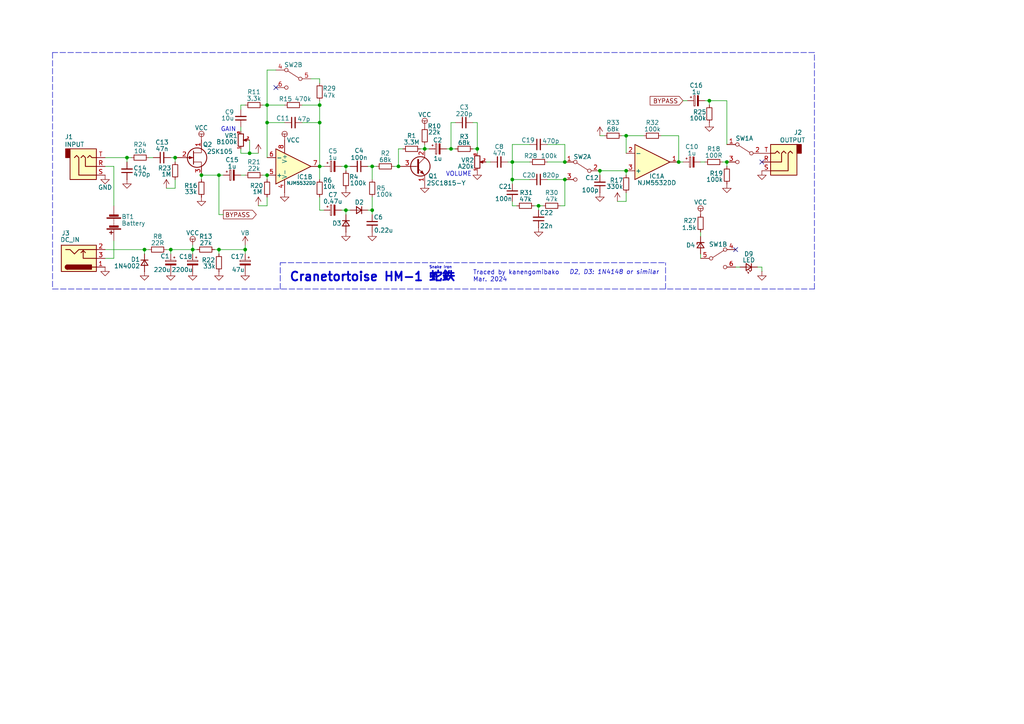
<source format=kicad_sch>
(kicad_sch (version 20231120) (generator "eeschema") (generator_version "8.0")
  (paper "A4")
  (lib_symbols
    (symbol "Amplifier_Operational:NJM4558" (pin_names (offset 0.127))
      (property "Reference" "U" (at 0 5.08 0))
      (property "Value" "NJM4558" (at 0 -5.08 0))
      (symbol "NJM4558_1_1"
        (polyline (pts (xy -5.08 5.08) (xy 5.08 0) (xy -5.08 -5.08) (xy -5.08 5.08)) (stroke (width 0.254)) (fill (type background)))
        (pin output line (at 7.62 0 180) (length 2.54) (name "~") (number "1"))
        (pin input line (at -7.62 -2.54 0) (length 2.54) (name "-") (number "2"))
        (pin input line (at -7.62 2.54 0) (length 2.54) (name "+") (number "3"))
      )
      (symbol "NJM4558_2_1"
        (polyline (pts (xy -5.08 5.08) (xy 5.08 0) (xy -5.08 -5.08) (xy -5.08 5.08)) (stroke (width 0.254)) (fill (type background)))
        (pin input line (at -7.62 2.54 0) (length 2.54) (name "+") (number "5"))
        (pin input line (at -7.62 -2.54 0) (length 2.54) (name "-") (number "6"))
        (pin output line (at 7.62 0 180) (length 2.54) (name "~") (number "7"))
      )
      (symbol "NJM4558_3_1"
        (pin power_in line (at -2.54 -7.62 90) (length 3.81) (name "V-") (number "4"))
        (pin power_in line (at -2.54 7.62 270) (length 3.81) (name "V+") (number "8"))
      )
    )
    (symbol "Connector:Barrel_Jack_Switch" (pin_names hide)
      (property "Reference" "J" (at 0 5.334 0))
      (property "Value" "Barrel_Jack_Switch" (at 0 -5.08 0))
      (symbol "Barrel_Jack_Switch_0_1"
        (rectangle (start -5.08 3.81) (end 5.08 -3.81) (stroke (width 0.254)) (fill (type background)))
        (arc (start -3.302 3.175) (mid -3.9343 2.54) (end -3.302 1.905) (stroke (width 0.254)))
        (arc (start -3.302 3.175) (mid -3.9343 2.54) (end -3.302 1.905) (stroke (width 0.254)) (fill (type outline)))
        (polyline (pts (xy 1.27 -2.286) (xy 1.905 -1.651)) (stroke (width 0.254)))
        (polyline (pts (xy 5.08 2.54) (xy 3.81 2.54)) (stroke (width 0.254)))
        (polyline (pts (xy 5.08 0) (xy 1.27 0) (xy 1.27 -2.286) (xy 0.635 -1.651)) (stroke (width 0.254)))
        (polyline (pts (xy -3.81 -2.54) (xy -2.54 -2.54) (xy -1.27 -1.27) (xy 0 -2.54) (xy 2.54 -2.54) (xy 5.08 -2.54)) (stroke (width 0.254)))
        (rectangle (start 3.683 3.175) (end -3.302 1.905) (stroke (width 0.254)) (fill (type outline)))
      )
      (symbol "Barrel_Jack_Switch_1_1"
        (pin passive line (at 7.62 2.54 180) (length 2.54) (name "~") (number "1"))
        (pin passive line (at 7.62 -2.54 180) (length 2.54) (name "~") (number "2"))
        (pin passive line (at 7.62 0 180) (length 2.54) (name "~") (number "3"))
      )
    )
    (symbol "Connector_Audio:AudioJack3"
      (property "Reference" "J" (at 0 8.89 0))
      (property "Value" "AudioJack3" (at 0 6.35 0))
      (symbol "AudioJack3_0_1"
        (rectangle (start -5.08 -5.08) (end -6.35 -2.54) (stroke (width 0.254)) (fill (type outline)))
        (polyline (pts (xy 0 -2.54) (xy 0.635 -3.175) (xy 1.27 -2.54) (xy 2.54 -2.54)) (stroke (width 0.254)))
        (polyline (pts (xy -1.905 -2.54) (xy -1.27 -3.175) (xy -0.635 -2.54) (xy -0.635 0) (xy 2.54 0)) (stroke (width 0.254)))
        (polyline (pts (xy 2.54 2.54) (xy -2.54 2.54) (xy -2.54 -2.54) (xy -3.175 -3.175) (xy -3.81 -2.54)) (stroke (width 0.254)))
        (rectangle (start 2.54 3.81) (end -5.08 -5.08) (stroke (width 0.254)) (fill (type background)))
      )
      (symbol "AudioJack3_1_1"
        (pin passive line (at 5.08 0 180) (length 2.54) (name "~") (number "R"))
        (pin passive line (at 5.08 2.54 180) (length 2.54) (name "~") (number "S"))
        (pin passive line (at 5.08 -2.54 180) (length 2.54) (name "~") (number "T"))
      )
    )
    (symbol "Device:Battery" (pin_numbers hide) (pin_names (offset 0) hide)
      (property "Reference" "BT" (at 2.54 2.54 0))
      (property "Value" "Battery" (at 2.54 0 0))
      (symbol "Battery_0_1"
        (rectangle (start -2.032 -1.397) (end 2.032 -1.651) (fill (type outline)))
        (rectangle (start -2.032 1.778) (end 2.032 1.524) (fill (type outline)))
        (rectangle (start -1.3208 -1.9812) (end 1.27 -2.4892) (fill (type outline)))
        (rectangle (start -1.3208 1.1938) (end 1.27 0.6858) (fill (type outline)))
        (polyline (pts (xy 0 -1.524) (xy 0 -1.27)))
        (polyline (pts (xy 0 -1.016) (xy 0 -0.762)))
        (polyline (pts (xy 0 -0.508) (xy 0 -0.254)))
        (polyline (pts (xy 0 0) (xy 0 0.254)))
        (polyline (pts (xy 0 0.508) (xy 0 0.762)))
        (polyline (pts (xy 0 1.778) (xy 0 2.54)))
        (polyline (pts (xy 0.254 2.667) (xy 1.27 2.667)) (stroke (width 0.254)))
        (polyline (pts (xy 0.762 3.175) (xy 0.762 2.159)) (stroke (width 0.254)))
      )
      (symbol "Battery_1_1"
        (pin passive line (at 0 5.08 270) (length 2.54) (name "+") (number "1"))
        (pin passive line (at 0 -5.08 90) (length 2.54) (name "-") (number "2"))
      )
    )
    (symbol "Device:C_Polarized_Small" (pin_numbers hide) (pin_names (offset 0.254) hide)
      (property "Reference" "C" (at 0.254 1.778 0))
      (property "Value" "C_Polarized_Small" (at 0.254 -2.032 0))
      (symbol "C_Polarized_Small_0_1"
        (rectangle (start -1.524 -0.3048) (end 1.524 -0.6858) (fill (type outline)))
        (rectangle (start -1.524 0.6858) (end 1.524 0.3048))
        (polyline (pts (xy -1.27 1.524) (xy -0.762 1.524)))
        (polyline (pts (xy -1.016 1.27) (xy -1.016 1.778)))
      )
      (symbol "C_Polarized_Small_1_1"
        (pin passive line (at 0 2.54 270) (length 1.8542) (name "~") (number "1"))
        (pin passive line (at 0 -2.54 90) (length 1.8542) (name "~") (number "2"))
      )
    )
    (symbol "Device:C_Small" (pin_numbers hide) (pin_names (offset 0.254) hide)
      (property "Reference" "C" (at 0.254 1.778 0))
      (property "Value" "C_Small" (at 0.254 -2.032 0))
      (symbol "C_Small_0_1"
        (polyline (pts (xy -1.524 -0.508) (xy 1.524 -0.508)) (stroke (width 0.3302)))
        (polyline (pts (xy -1.524 0.508) (xy 1.524 0.508)) (stroke (width 0.3048)))
      )
      (symbol "C_Small_1_1"
        (pin passive line (at 0 2.54 270) (length 2.032) (name "~") (number "1"))
        (pin passive line (at 0 -2.54 90) (length 2.032) (name "~") (number "2"))
      )
    )
    (symbol "Device:D_Small" (pin_numbers hide) (pin_names (offset 0.254) hide)
      (property "Reference" "D" (at -1.27 2.032 0))
      (property "Value" "D_Small" (at -3.81 -2.032 0))
      (symbol "D_Small_0_1"
        (polyline (pts (xy -0.762 -1.016) (xy -0.762 1.016)) (stroke (width 0.254)))
        (polyline (pts (xy -0.762 0) (xy 0.762 0)))
        (polyline (pts (xy 0.762 -1.016) (xy -0.762 0) (xy 0.762 1.016) (xy 0.762 -1.016)) (stroke (width 0.254)))
      )
      (symbol "D_Small_1_1"
        (pin passive line (at -2.54 0 0) (length 1.778) (name "K") (number "1"))
        (pin passive line (at 2.54 0 180) (length 1.778) (name "A") (number "2"))
      )
    )
    (symbol "Device:D_Zener_Small" (pin_numbers hide) (pin_names (offset 0.254) hide)
      (property "Reference" "D" (at 0 2.286 0))
      (property "Value" "D_Zener_Small" (at 0 -2.286 0))
      (symbol "D_Zener_Small_0_1"
        (polyline (pts (xy 0.762 0) (xy -0.762 0)))
        (polyline (pts (xy -0.254 1.016) (xy -0.762 1.016) (xy -0.762 -1.016)) (stroke (width 0.254)))
        (polyline (pts (xy 0.762 1.016) (xy -0.762 0) (xy 0.762 -1.016) (xy 0.762 1.016)) (stroke (width 0.254)))
      )
      (symbol "D_Zener_Small_1_1"
        (pin passive line (at -2.54 0 0) (length 1.778) (name "K") (number "1"))
        (pin passive line (at 2.54 0 180) (length 1.778) (name "A") (number "2"))
      )
    )
    (symbol "Device:LED_Small" (pin_numbers hide) (pin_names (offset 0.254) hide)
      (property "Reference" "D" (at -1.27 3.175 0))
      (property "Value" "LED_Small" (at -4.445 -2.54 0))
      (symbol "LED_Small_0_1"
        (polyline (pts (xy -0.762 -1.016) (xy -0.762 1.016)) (stroke (width 0.254)))
        (polyline (pts (xy 1.016 0) (xy -0.762 0)))
        (polyline (pts (xy 0.762 -1.016) (xy -0.762 0) (xy 0.762 1.016) (xy 0.762 -1.016)) (stroke (width 0.254)))
        (polyline (pts (xy 0 0.762) (xy -0.508 1.27) (xy -0.254 1.27) (xy -0.508 1.27) (xy -0.508 1.016)))
        (polyline (pts (xy 0.508 1.27) (xy 0 1.778) (xy 0.254 1.778) (xy 0 1.778) (xy 0 1.524)))
      )
      (symbol "LED_Small_1_1"
        (pin passive line (at -2.54 0 0) (length 1.778) (name "K") (number "1"))
        (pin passive line (at 2.54 0 180) (length 1.778) (name "A") (number "2"))
      )
    )
    (symbol "Device:Q_NJFET_DGS" (pin_names (offset 0) hide)
      (property "Reference" "Q" (at 5.08 1.27 0))
      (property "Value" "Q_NJFET_DGS" (at 5.08 -1.27 0))
      (symbol "Q_NJFET_DGS_0_1"
        (polyline (pts (xy 0.254 1.905) (xy 0.254 -1.905) (xy 0.254 -1.905)) (stroke (width 0.254)))
        (polyline (pts (xy 2.54 -2.54) (xy 2.54 -1.27) (xy 0.254 -1.27)))
        (polyline (pts (xy 2.54 2.54) (xy 2.54 1.397) (xy 0.254 1.397)))
        (polyline (pts (xy 0 0) (xy -1.016 0.381) (xy -1.016 -0.381) (xy 0 0)) (fill (type outline)))
        (circle (center 1.27 0) (radius 2.8194) (stroke (width 0.254)))
      )
      (symbol "Q_NJFET_DGS_1_1"
        (pin passive line (at 2.54 5.08 270) (length 2.54) (name "D") (number "1"))
        (pin input line (at -5.08 0 0) (length 5.334) (name "G") (number "2"))
        (pin passive line (at 2.54 -5.08 90) (length 2.54) (name "S") (number "3"))
      )
    )
    (symbol "Device:R_Potentiometer_Small" (pin_names (offset 1.016) hide)
      (property "Reference" "RV" (at -4.445 0 90))
      (property "Value" "R_Potentiometer_Small" (at -2.54 0 90))
      (symbol "R_Potentiometer_Small_0_1"
        (polyline (pts (xy 0.889 0) (xy 0.635 0) (xy 1.651 0.381) (xy 1.651 -0.381) (xy 0.635 0) (xy 0.889 0)) (fill (type outline)))
        (rectangle (start 0.762 1.8034) (end -0.762 -1.8034) (stroke (width 0.254)))
      )
      (symbol "R_Potentiometer_Small_1_1"
        (pin passive line (at 0 2.54 270) (length 0.635) (name "1") (number "1"))
        (pin passive line (at 2.54 0 180) (length 0.9906) (name "2") (number "2"))
        (pin passive line (at 0 -2.54 90) (length 0.635) (name "3") (number "3"))
      )
    )
    (symbol "Device:R_Small" (pin_numbers hide) (pin_names (offset 0.254) hide)
      (property "Reference" "R" (at 0.762 0.508 0))
      (property "Value" "R_Small" (at 0.762 -1.016 0))
      (symbol "R_Small_0_1"
        (rectangle (start -0.762 1.778) (end 0.762 -1.778) (stroke (width 0.2032)))
      )
      (symbol "R_Small_1_1"
        (pin passive line (at 0 2.54 270) (length 0.762) (name "~") (number "1"))
        (pin passive line (at 0 -2.54 90) (length 0.762) (name "~") (number "2"))
      )
    )
    (symbol "Transistor_BJT:2SC1815" (pin_names (offset 0) hide)
      (property "Reference" "Q" (at 5.08 1.905 0))
      (property "Value" "2SC1815" (at 5.08 0 0))
      (symbol "2SC1815_0_1"
        (polyline (pts (xy 0 0) (xy 0.508 0)))
        (polyline (pts (xy 0.635 0.635) (xy 2.54 2.54)))
        (polyline (pts (xy 0.635 -0.635) (xy 2.54 -2.54) (xy 2.54 -2.54)))
        (polyline (pts (xy 0.635 1.905) (xy 0.635 -1.905) (xy 0.635 -1.905)) (stroke (width 0.508)))
        (polyline (pts (xy 1.27 -1.778) (xy 1.778 -1.27) (xy 2.286 -2.286) (xy 1.27 -1.778) (xy 1.27 -1.778)) (fill (type outline)))
        (circle (center 1.27 0) (radius 2.8194) (stroke (width 0.254)))
      )
      (symbol "2SC1815_1_1"
        (pin passive line (at 2.54 -5.08 90) (length 2.54) (name "E") (number "1"))
        (pin passive line (at 2.54 5.08 270) (length 2.54) (name "C") (number "2"))
        (pin input line (at -5.08 0 0) (length 5.08) (name "B") (number "3"))
      )
    )
    (symbol "myLib:SW_DPDT" (pin_names (offset 0) hide)
      (property "Reference" "SW" (at 0 4.318 0))
      (property "Value" "SW_DPDT" (at 0 -5.08 0))
      (symbol "SW_DPDT_0_0"
        (circle (center -2.032 0) (radius 0.508))
        (circle (center 2.032 -2.54) (radius 0.508))
      )
      (symbol "SW_DPDT_0_1"
        (polyline (pts (xy -1.524 0.254) (xy 1.651 2.286)))
        (circle (center 2.032 2.54) (radius 0.508))
      )
      (symbol "SW_DPDT_1_1"
        (pin passive line (at 5.08 2.54 180) (length 2.54) (name "A") (number "1"))
        (pin passive line (at -5.08 0 0) (length 2.54) (name "B") (number "2"))
        (pin passive line (at 5.08 -2.54 180) (length 2.54) (name "C") (number "3"))
      )
      (symbol "SW_DPDT_2_1"
        (pin passive line (at 5.08 2.54 180) (length 2.54) (name "A") (number "4"))
        (pin passive line (at -5.08 0 0) (length 2.54) (name "B") (number "5"))
        (pin passive line (at 5.08 -2.54 180) (length 2.54) (name "C") (number "6"))
      )
    )
    (symbol "myLib:VB" (power) (pin_names (offset 0))
      (property "Value" "VB" (at 0 3.556 0))
      (symbol "VB_0_1"
        (polyline (pts (xy -0.762 1.27) (xy 0 2.54)))
        (polyline (pts (xy 0 0) (xy 0 2.54)))
        (polyline (pts (xy 0 2.54) (xy 0.762 1.27)))
      )
      (symbol "VB_1_1"
        (pin power_in line (at 0 0 90) (length 0) hide (name "VB") (number "1"))
      )
    )
    (symbol "myLib:VCC" (power) (pin_names (offset 0))
      (property "Value" "VCC" (at 0 3.556 0))
      (symbol "VCC_0_0"
        (polyline (pts (xy -0.762 1.778) (xy 0.762 1.778)))
        (circle (center 0 1.778) (radius 0.7725))
      )
      (symbol "VCC_0_1"
        (polyline (pts (xy 0 0) (xy 0 1.778)))
      )
      (symbol "VCC_1_1"
        (pin power_in line (at 0 0 90) (length 0) hide (name "VCC") (number "1"))
      )
    )
    (symbol "power:GND" (power) (pin_numbers hide) (pin_names (offset 0) hide)
      (property "Value" "GND" (at 0 -3.81 0))
      (symbol "GND_0_1"
        (polyline (pts (xy 0 0) (xy 0 -1.27) (xy 1.27 -1.27) (xy 0 -2.54) (xy -1.27 -1.27) (xy 0 -1.27)))
      )
      (symbol "GND_1_1"
        (pin power_in line (at 0 0 270) (length 0) (name "~") (number "1"))
      )
    )
  )
  (junction (at 181.61 49.53))
  (junction (at 77.47 30.48))
  (junction (at 63.5 50.8))
  (junction (at 49.53 72.39))
  (junction (at 63.5 72.39))
  (junction (at 58.42 50.8))
  (junction (at 130.81 43.18))
  (junction (at 115.57 48.26))
  (junction (at 100.33 60.96))
  (junction (at 77.47 35.56))
  (junction (at 72.39 44.45))
  (junction (at 55.88 72.39))
  (junction (at 181.61 39.37))
  (junction (at 138.43 43.18))
  (junction (at 148.59 52.07))
  (junction (at 50.8 45.72))
  (junction (at 148.59 46.99))
  (junction (at 163.83 46.99))
  (junction (at 41.91 72.39))
  (junction (at 107.95 48.26))
  (junction (at 156.21 59.69))
  (junction (at 71.12 72.39))
  (junction (at 205.74 29.21))
  (junction (at 77.47 50.8))
  (junction (at 210.82 46.99))
  (junction (at 92.71 30.48))
  (junction (at 196.85 46.99))
  (junction (at 123.19 43.18))
  (junction (at 173.99 49.53))
  (junction (at 92.71 35.56))
  (junction (at 100.33 48.26))
  (junction (at 107.95 60.96))
  (junction (at 36.83 45.72))
  (junction (at 163.83 52.07))
  (junction (at 92.71 48.26))
  (no_connect (at 220.98 46.99))
  (no_connect (at 213.36 72.39))
  (no_connect (at 80.01 25.4))
  (wire (pts (xy 132.08 43.18) (xy 130.81 43.18)))
  (wire (pts (xy 107.95 48.26) (xy 107.95 52.07)))
  (wire (pts (xy 62.23 72.39) (xy 63.5 72.39)))
  (wire (pts (xy 100.33 60.96) (xy 101.6 60.96)))
  (wire (pts (xy 92.71 57.15) (xy 92.71 60.96)))
  (wire (pts (xy 181.61 55.88) (xy 181.61 58.42)))
  (wire (pts (xy 158.75 41.91) (xy 163.83 41.91)))
  (wire (pts (xy 69.85 31.75) (xy 69.85 30.48)))
  (wire (pts (xy 142.24 46.99) (xy 140.97 46.99)))
  (wire (pts (xy 191.77 39.37) (xy 196.85 39.37)))
  (wire (pts (xy 30.48 48.26) (xy 33.02 48.26)))
  (wire (pts (xy 163.83 59.69) (xy 162.56 59.69)))
  (wire (pts (xy 87.63 30.48) (xy 92.71 30.48)))
  (wire (pts (xy 69.85 50.8) (xy 71.12 50.8)))
  (wire (pts (xy 130.81 35.56) (xy 132.08 35.56)))
  (wire (pts (xy 30.48 45.72) (xy 36.83 45.72)))
  (wire (pts (xy 163.83 52.07) (xy 163.83 59.69)))
  (wire (pts (xy 148.59 46.99) (xy 153.67 46.99)))
  (wire (pts (xy 198.12 46.99) (xy 196.85 46.99)))
  (wire (pts (xy 205.74 29.21) (xy 205.74 30.48)))
  (wire (pts (xy 148.59 46.99) (xy 148.59 52.07)))
  (wire (pts (xy 93.98 60.96) (xy 92.71 60.96)))
  (wire (pts (xy 55.88 72.39) (xy 57.15 72.39)))
  (wire (pts (xy 80.01 20.32) (xy 77.47 20.32)))
  (wire (pts (xy 163.83 41.91) (xy 163.83 46.99)))
  (polyline (pts (xy 236.22 15.24) (xy 15.24 15.24)) (stroke (width 0) (type dash)))
  (wire (pts (xy 203.2 74.93) (xy 203.2 73.66)))
  (wire (pts (xy 69.85 43.18) (xy 69.85 44.45)))
  (wire (pts (xy 204.47 46.99) (xy 203.2 46.99)))
  (wire (pts (xy 49.53 45.72) (xy 50.8 45.72)))
  (wire (pts (xy 92.71 22.86) (xy 92.71 24.13)))
  (wire (pts (xy 219.71 77.47) (xy 220.98 77.47)))
  (wire (pts (xy 106.68 60.96) (xy 107.95 60.96)))
  (wire (pts (xy 123.19 43.18) (xy 124.46 43.18)))
  (wire (pts (xy 76.2 50.8) (xy 77.47 50.8)))
  (wire (pts (xy 181.61 39.37) (xy 186.69 39.37)))
  (wire (pts (xy 58.42 50.8) (xy 63.5 50.8)))
  (wire (pts (xy 69.85 44.45) (xy 72.39 44.45)))
  (wire (pts (xy 181.61 39.37) (xy 181.61 44.45)))
  (wire (pts (xy 196.85 39.37) (xy 196.85 46.99)))
  (wire (pts (xy 138.43 43.18) (xy 138.43 44.45)))
  (wire (pts (xy 100.33 48.26) (xy 99.06 48.26)))
  (wire (pts (xy 82.55 30.48) (xy 77.47 30.48)))
  (wire (pts (xy 77.47 45.72) (xy 77.47 35.56)))
  (wire (pts (xy 156.21 59.69) (xy 157.48 59.69)))
  (wire (pts (xy 107.95 62.23) (xy 107.95 60.96)))
  (wire (pts (xy 33.02 48.26) (xy 33.02 59.69)))
  (wire (pts (xy 50.8 45.72) (xy 50.8 46.99)))
  (wire (pts (xy 180.34 39.37) (xy 181.61 39.37)))
  (wire (pts (xy 100.33 62.23) (xy 100.33 60.96)))
  (wire (pts (xy 92.71 30.48) (xy 92.71 35.56)))
  (wire (pts (xy 48.26 54.61) (xy 50.8 54.61)))
  (wire (pts (xy 156.21 59.69) (xy 156.21 60.96)))
  (wire (pts (xy 77.47 30.48) (xy 77.47 35.56)))
  (wire (pts (xy 33.02 69.85) (xy 33.02 74.93)))
  (wire (pts (xy 121.92 43.18) (xy 123.19 43.18)))
  (wire (pts (xy 43.18 45.72) (xy 44.45 45.72)))
  (wire (pts (xy 99.06 60.96) (xy 100.33 60.96)))
  (wire (pts (xy 173.99 39.37) (xy 175.26 39.37)))
  (wire (pts (xy 63.5 72.39) (xy 71.12 72.39)))
  (wire (pts (xy 30.48 74.93) (xy 33.02 74.93)))
  (wire (pts (xy 58.42 50.8) (xy 58.42 52.07)))
  (wire (pts (xy 72.39 40.64) (xy 72.39 44.45)))
  (polyline (pts (xy 81.28 76.2) (xy 193.04 76.2)) (stroke (width 0) (type dash)))
  (wire (pts (xy 92.71 29.21) (xy 92.71 30.48)))
  (wire (pts (xy 148.59 41.91) (xy 153.67 41.91)))
  (wire (pts (xy 49.53 72.39) (xy 55.88 72.39)))
  (polyline (pts (xy 236.22 83.82) (xy 236.22 15.24)) (stroke (width 0) (type dash)))
  (wire (pts (xy 137.16 43.18) (xy 138.43 43.18)))
  (wire (pts (xy 92.71 48.26) (xy 93.98 48.26)))
  (wire (pts (xy 77.47 35.56) (xy 82.55 35.56)))
  (wire (pts (xy 77.47 57.15) (xy 77.47 59.69)))
  (wire (pts (xy 49.53 72.39) (xy 49.53 73.66)))
  (wire (pts (xy 76.2 30.48) (xy 77.47 30.48)))
  (wire (pts (xy 137.16 35.56) (xy 138.43 35.56)))
  (wire (pts (xy 115.57 43.18) (xy 115.57 48.26)))
  (wire (pts (xy 179.07 58.42) (xy 181.61 58.42)))
  (wire (pts (xy 77.47 50.8) (xy 77.47 52.07)))
  (wire (pts (xy 87.63 35.56) (xy 92.71 35.56)))
  (wire (pts (xy 148.59 41.91) (xy 148.59 46.99)))
  (wire (pts (xy 90.17 22.86) (xy 92.71 22.86)))
  (wire (pts (xy 71.12 72.39) (xy 71.12 73.66)))
  (wire (pts (xy 210.82 46.99) (xy 210.82 48.26)))
  (wire (pts (xy 41.91 72.39) (xy 41.91 73.66)))
  (wire (pts (xy 77.47 20.32) (xy 77.47 30.48)))
  (wire (pts (xy 48.26 72.39) (xy 49.53 72.39)))
  (wire (pts (xy 116.84 43.18) (xy 115.57 43.18)))
  (wire (pts (xy 55.88 71.12) (xy 55.88 72.39)))
  (wire (pts (xy 154.94 59.69) (xy 156.21 59.69)))
  (wire (pts (xy 163.83 52.07) (xy 158.75 52.07)))
  (wire (pts (xy 138.43 35.56) (xy 138.43 43.18)))
  (wire (pts (xy 107.95 57.15) (xy 107.95 60.96)))
  (wire (pts (xy 130.81 35.56) (xy 130.81 43.18)))
  (wire (pts (xy 50.8 52.07) (xy 50.8 54.61)))
  (wire (pts (xy 173.99 50.8) (xy 173.99 49.53)))
  (wire (pts (xy 209.55 46.99) (xy 210.82 46.99)))
  (wire (pts (xy 69.85 30.48) (xy 71.12 30.48)))
  (wire (pts (xy 71.12 71.12) (xy 71.12 72.39)))
  (wire (pts (xy 100.33 48.26) (xy 100.33 49.53)))
  (wire (pts (xy 63.5 50.8) (xy 63.5 62.23)))
  (wire (pts (xy 181.61 49.53) (xy 181.61 50.8)))
  (wire (pts (xy 148.59 52.07) (xy 153.67 52.07)))
  (wire (pts (xy 203.2 67.31) (xy 203.2 68.58)))
  (wire (pts (xy 107.95 48.26) (xy 109.22 48.26)))
  (wire (pts (xy 30.48 72.39) (xy 41.91 72.39)))
  (polyline (pts (xy 15.24 15.24) (xy 15.24 83.82)) (stroke (width 0) (type dash)))
  (wire (pts (xy 92.71 35.56) (xy 92.71 48.26)))
  (wire (pts (xy 129.54 43.18) (xy 130.81 43.18)))
  (wire (pts (xy 158.75 46.99) (xy 163.83 46.99)))
  (wire (pts (xy 92.71 48.26) (xy 92.71 52.07)))
  (wire (pts (xy 74.93 59.69) (xy 77.47 59.69)))
  (polyline (pts (xy 15.24 83.82) (xy 236.22 83.82)) (stroke (width 0) (type dash)))
  (wire (pts (xy 63.5 62.23) (xy 64.77 62.23)))
  (wire (pts (xy 69.85 38.1) (xy 69.85 36.83)))
  (wire (pts (xy 148.59 59.69) (xy 149.86 59.69)))
  (wire (pts (xy 41.91 72.39) (xy 43.18 72.39)))
  (wire (pts (xy 210.82 29.21) (xy 205.74 29.21)))
  (wire (pts (xy 63.5 50.8) (xy 64.77 50.8)))
  (wire (pts (xy 220.98 77.47) (xy 220.98 78.74)))
  (wire (pts (xy 55.88 72.39) (xy 55.88 73.66)))
  (wire (pts (xy 173.99 49.53) (xy 181.61 49.53)))
  (wire (pts (xy 101.6 48.26) (xy 100.33 48.26)))
  (wire (pts (xy 123.19 41.91) (xy 123.19 43.18)))
  (polyline (pts (xy 193.04 83.82) (xy 193.04 76.2)) (stroke (width 0) (type dash)))
  (wire (pts (xy 36.83 45.72) (xy 36.83 46.99)))
  (wire (pts (xy 198.12 29.21) (xy 199.39 29.21)))
  (wire (pts (xy 147.32 46.99) (xy 148.59 46.99)))
  (wire (pts (xy 63.5 72.39) (xy 63.5 73.66)))
  (wire (pts (xy 210.82 41.91) (xy 210.82 29.21)))
  (wire (pts (xy 204.47 29.21) (xy 205.74 29.21)))
  (wire (pts (xy 36.83 45.72) (xy 38.1 45.72)))
  (wire (pts (xy 148.59 52.07) (xy 148.59 53.34)))
  (wire (pts (xy 106.68 48.26) (xy 107.95 48.26)))
  (wire (pts (xy 72.39 44.45) (xy 74.93 44.45)))
  (wire (pts (xy 213.36 77.47) (xy 214.63 77.47)))
  (wire (pts (xy 114.3 48.26) (xy 115.57 48.26)))
  (polyline (pts (xy 81.28 83.82) (xy 81.28 76.2)) (stroke (width 0) (type dash)))
  (wire (pts (xy 148.59 58.42) (xy 148.59 59.69)))
  (text "Cranetortoise HM-1 蛇鉄" (at 83.82 81.915 0) (effects (font (size 2.54 2.54) (thickness 0.508) (bold yes)) (justify left bottom)))
  (text "D2, D3: 1N4148 or similar" (at 165.1 79.0575 0) (effects (font (size 1.27 1.27) (italic yes)) (justify left)))
  (text "GAIN" (at 64.008 38.354 0) (effects (font (size 1.27 1.27)) (justify left bottom)))
  (text "Snake Iron" (at 124.46 78.105 0) (effects (font (size 0.8 0.8)) (justify left bottom)))
  (text "Traced by kanengomibako\nMar. 2024" (at 137.16 81.915 0) (effects (font (size 1.27 1.27)) (justify left bottom)))
  (text "VOLUME" (at 129.286 51.308 0) (effects (font (size 1.27 1.27)) (justify left bottom)))
  (global_label "BYPASS" (shape output) (at 64.77 62.23 0) (property "Intersheetrefs" "${INTERSHEET_REFS}" (effects (hide yes))))
  (global_label "BYPASS" (shape input) (at 198.12 29.21 180) (property "Intersheetrefs" "${INTERSHEET_REFS}" (effects (hide yes))))
  (symbol (lib_id "Device:R_Small") (at 100.33 52.07 0) (mirror x) (unit 1)
    (property "Reference" "R4" (at 102.616 51.308 0))
    (property "Value" "100k" (at 103.886 53.086 0))
    (property "Footprint" "Resistor_THT:R_Axial_DIN0207_L6.3mm_D2.5mm_P10.16mm_Horizontal" (effects (hide yes)))
  )
  (symbol (lib_id "myLib:VCC") (at 55.88 71.12 0) (unit 1)
    (property "Reference" "#PWR029" (effects (hide yes)))
    (property "Value" "VCC" (at 55.88 67.564 0))
    (property "Description" "Power symbol creates a global label with name \"V+\"" (effects (hide yes)))
  )
  (symbol (lib_id "Device:R_Small") (at 63.5 76.2 180) (unit 1)
    (property "Reference" "R22" (at 60.452 75.438 0))
    (property "Value" "33k" (at 60.706 77.216 0))
    (property "Footprint" "Resistor_THT:R_Axial_DIN0207_L6.3mm_D2.5mm_P10.16mm_Horizontal" (effects (hide yes)))
  )
  (symbol (lib_id "myLib:SW_DPDT") (at 215.9 44.45 0) (mirror y) (unit 1)
    (property "Reference" "SW1" (at 215.9 40.132 0))
    (property "Value" "SW1" (effects (hide yes)))
    (property "Footprint" "Connector_PinHeader_2.54mm:PinHeader_2x03_P2.54mm_Vertical" (effects (hide yes)))
    (property "Description" "SW_DPDT" (effects (hide yes)))
  )
  (symbol (lib_id "Device:C_Polarized_Small") (at 127 43.18 90) (mirror x) (unit 1)
    (property "Reference" "C2" (at 128.27 40.64 90) (effects (justify left)))
    (property "Value" "1u" (at 128.27 45.974 90) (effects (justify left)))
    (property "Footprint" "Capacitor_THT:CP_Radial_D5.0mm_P2.50mm" (effects (hide yes)))
    (property "Datasheet" "Electrolytic" (effects (hide yes)))
  )
  (symbol (lib_id "myLib:SW_DPDT") (at 208.28 74.93 0) (unit 2)
    (property "Reference" "SW1" (at 208.28 70.866 0))
    (property "Value" "SW1" (effects (hide yes)))
    (property "Footprint" "Connector_PinHeader_2.54mm:PinHeader_2x03_P2.54mm_Vertical" (effects (hide yes)))
    (property "Description" "SW_DPDT" (effects (hide yes)))
  )
  (symbol (lib_id "myLib:VCC") (at 123.19 36.83 0) (unit 1)
    (property "Reference" "#PWR019" (effects (hide yes)))
    (property "Value" "VCC" (at 123.19 33.274 0))
    (property "Description" "Power symbol creates a global label with name \"V+\"" (effects (hide yes)))
  )
  (symbol (lib_id "Device:R_Small") (at 50.8 49.53 180) (unit 1)
    (property "Reference" "R23" (at 47.752 48.768 0))
    (property "Value" "1M" (at 48.26 50.546 0))
    (property "Footprint" "Resistor_THT:R_Axial_DIN0207_L6.3mm_D2.5mm_P10.16mm_Horizontal" (effects (hide yes)))
  )
  (symbol (lib_id "Device:R_Small") (at 85.09 30.48 90) (unit 1)
    (property "Reference" "R15" (at 82.804 28.702 90))
    (property "Value" "470k" (at 87.884 28.702 90))
    (property "Footprint" "Resistor_THT:R_Axial_DIN0207_L6.3mm_D2.5mm_P10.16mm_Horizontal" (effects (hide yes)))
  )
  (symbol (lib_id "power:GND") (at 220.98 49.53 0) (unit 1)
    (property "Reference" "#PWR036" (effects (hide yes)))
    (property "Value" "GND" (effects (hide yes)))
    (property "Description" "Power symbol creates a global label with name \"GND\" , ground" (effects (hide yes)))
  )
  (symbol (lib_id "Connector:Barrel_Jack_Switch") (at 22.86 74.93 0) (mirror x) (unit 1)
    (property "Reference" "J3" (at 19.05 67.6275 0))
    (property "Value" "DC_IN" (at 20.32 69.5325 0))
    (property "Footprint" "myFoot:my_DC_Jack" (effects (hide yes)))
  )
  (symbol (lib_id "Device:R_Small") (at 152.4 59.69 90) (unit 1)
    (property "Reference" "R31" (at 152.654 55.88 90))
    (property "Value" "47k" (at 152.4 57.785 90))
    (property "Footprint" "Resistor_THT:R_Axial_DIN0204_L3.6mm_D1.6mm_P7.62mm_Horizontal" (effects (hide yes)))
  )
  (symbol (lib_id "Device:R_Small") (at 107.95 54.61 180) (unit 1)
    (property "Reference" "R5" (at 110.49 54.61 0))
    (property "Value" "100k" (at 111.506 56.388 0))
    (property "Footprint" "Resistor_THT:R_Axial_DIN0207_L6.3mm_D2.5mm_P10.16mm_Horizontal" (effects (hide yes)))
  )
  (symbol (lib_id "Device:C_Small") (at 156.21 41.91 90) (mirror x) (unit 1)
    (property "Reference" "C19" (at 153.162 40.64 90))
    (property "Value" "470p" (at 159.766 40.894 90))
    (property "Footprint" "Capacitor_THT:C_Disc_D3.0mm_W2.0mm_P2.50mm" (effects (hide yes)))
    (property "Datasheet" "Electrolytic (NP)" (effects (hide yes)))
  )
  (symbol (lib_id "myLib:VB") (at 74.93 44.45 0) (unit 1)
    (property "Reference" "#PWR011" (effects (hide yes)))
    (property "Value" "VB" (effects (hide yes)))
    (property "Description" "Power symbol creates a global label with name \"+4V5\"" (effects (hide yes)))
  )
  (symbol (lib_id "myLib:VB") (at 74.93 59.69 0) (unit 1)
    (property "Reference" "#PWR012" (effects (hide yes)))
    (property "Value" "VB" (effects (hide yes)))
    (property "Description" "Power symbol creates a global label with name \"+4V5\"" (effects (hide yes)))
  )
  (symbol (lib_id "Device:C_Small") (at 148.59 55.88 0) (mirror y) (unit 1)
    (property "Reference" "C21" (at 146.558 54.102 0))
    (property "Value" "100n" (at 146.05 57.658 0))
    (property "Footprint" "Capacitor_THT:C_Rect_L7.0mm_W2.0mm_P5.00mm" (effects (hide yes)))
    (property "Datasheet" "Electrolytic (NP)" (effects (hide yes)))
  )
  (symbol (lib_id "Device:Battery") (at 33.02 64.77 180) (unit 1)
    (property "Reference" "BT1" (at 35.2425 62.865 0) (effects (justify right)))
    (property "Value" "Battery" (at 35.2425 64.77 0) (effects (justify right)))
    (property "Footprint" "myFoot:my_conn" (effects (hide yes)))
  )
  (symbol (lib_id "Device:R_Small") (at 205.74 33.02 180) (unit 1)
    (property "Reference" "R25" (at 202.946 32.512 0))
    (property "Value" "100k" (at 202.438 34.29 0))
    (property "Footprint" "Resistor_THT:R_Axial_DIN0207_L6.3mm_D2.5mm_P10.16mm_Horizontal" (effects (hide yes)))
  )
  (symbol (lib_id "power:GND") (at 107.95 67.31 0) (unit 1)
    (property "Reference" "#PWR017" (effects (hide yes)))
    (property "Value" "GND" (effects (hide yes)))
    (property "Description" "Power symbol creates a global label with name \"GND\" , ground" (effects (hide yes)))
  )
  (symbol (lib_id "Device:C_Small") (at 156.21 52.07 90) (mirror x) (unit 1)
    (property "Reference" "C20" (at 153.416 50.8 90))
    (property "Value" "820p" (at 159.766 50.8 90))
    (property "Footprint" "Capacitor_THT:C_Disc_D3.0mm_W2.0mm_P2.50mm" (effects (hide yes)))
    (property "Datasheet" "Electrolytic (NP)" (effects (hide yes)))
  )
  (symbol (lib_id "Device:C_Polarized_Small") (at 200.66 46.99 90) (mirror x) (unit 1)
    (property "Reference" "C10" (at 200.66 42.545 90))
    (property "Value" "1u" (at 200.66 44.45 90))
    (property "Footprint" "Capacitor_THT:CP_Radial_D5.0mm_P2.50mm" (effects (hide yes)))
    (property "Datasheet" "Electrolytic" (effects (hide yes)))
  )
  (symbol (lib_id "Device:C_Small") (at 104.14 48.26 270) (mirror x) (unit 1)
    (property "Reference" "C4" (at 104.14 43.688 90))
    (property "Value" "100n" (at 104.14 45.72 90))
    (property "Footprint" "Capacitor_THT:C_Rect_L7.0mm_W2.0mm_P5.00mm" (effects (hide yes)))
    (property "Datasheet" "Electrolytic (NP)" (effects (hide yes)))
  )
  (symbol (lib_id "Amplifier_Operational:NJM4558") (at 85.09 48.26 0) (mirror x) (unit 2)
    (property "Reference" "IC1" (at 88.392 51.308 0))
    (property "Value" "NJM5532DD" (at 87.376 53.086 0) (effects (font (size 0.9525 0.9525))))
    (property "Footprint" "Package_DIP:DIP-8_W7.62mm" (effects (hide yes)))
  )
  (symbol (lib_id "power:GND") (at 30.48 77.47 0) (unit 1)
    (property "Reference" "#PWR025" (effects (hide yes)))
    (property "Value" "GND" (effects (hide yes)))
    (property "Description" "Power symbol creates a global label with name \"GND\" , ground" (effects (hide yes)))
  )
  (symbol (lib_id "Device:R_Small") (at 40.64 45.72 90) (unit 1)
    (property "Reference" "R24" (at 40.64 41.91 90))
    (property "Value" "10k" (at 40.64 43.815 90))
    (property "Footprint" "Resistor_THT:R_Axial_DIN0207_L6.3mm_D2.5mm_P10.16mm_Horizontal" (effects (hide yes)))
  )
  (symbol (lib_id "myLib:SW_DPDT") (at 168.91 49.53 0) (mirror y) (unit 1)
    (property "Reference" "SW2" (at 168.91 45.466 0))
    (property "Value" "SW2" (effects (hide yes)))
    (property "Footprint" "Connector_PinHeader_2.54mm:PinHeader_2x03_P2.54mm_Vertical" (effects (hide yes)))
    (property "Description" "SW_DPDT" (effects (hide yes)))
  )
  (symbol (lib_id "Device:LED_Small") (at 217.17 77.47 180) (unit 1)
    (property "Reference" "D9" (at 217.17 73.66 0))
    (property "Value" "LED" (at 217.17 75.438 0))
    (property "Footprint" "myFoot:my_conn" (effects (hide yes)))
  )
  (symbol (lib_id "Device:R_Small") (at 134.62 43.18 90) (unit 1)
    (property "Reference" "R3" (at 134.62 39.624 90))
    (property "Value" "68k" (at 134.62 41.402 90))
    (property "Footprint" "Resistor_THT:R_Axial_DIN0207_L6.3mm_D2.5mm_P10.16mm_Horizontal" (effects (hide yes)))
  )
  (symbol (lib_id "power:GND") (at 58.42 57.15 0) (unit 1)
    (property "Reference" "#PWR09" (effects (hide yes)))
    (property "Value" "GND" (effects (hide yes)))
    (property "Description" "Power symbol creates a global label with name \"GND\" , ground" (effects (hide yes)))
  )
  (symbol (lib_id "myLib:VB") (at 48.26 54.61 0) (unit 1)
    (property "Reference" "#PWR013" (effects (hide yes)))
    (property "Value" "VB" (effects (hide yes)))
    (property "Description" "Power symbol creates a global label with name \"+4V5\"" (effects (hide yes)))
  )
  (symbol (lib_id "Device:C_Polarized_Small") (at 55.88 76.2 0) (mirror y) (unit 1)
    (property "Reference" "C18" (at 53.848 74.422 0))
    (property "Value" "2200u" (at 52.832 78.232 0))
    (property "Footprint" "Capacitor_THT:CP_Radial_D8.0mm_P5.00mm" (effects (hide yes)))
    (property "Datasheet" "Electrolytic" (effects (hide yes)))
  )
  (symbol (lib_id "Device:C_Small") (at 69.85 34.29 0) (mirror x) (unit 1)
    (property "Reference" "C9" (at 66.548 32.512 0))
    (property "Value" "10u" (at 66.04 34.29 0))
    (property "Footprint" "myFoot:my_C_NP_P2.50mm" (effects (hide yes)))
    (property "Datasheet" "Electrolytic (NP)" (effects (hide yes)))
  )
  (symbol (lib_id "Device:C_Polarized_Small") (at 49.53 76.2 0) (mirror y) (unit 1)
    (property "Reference" "C1" (at 49.2125 74.295 0) (effects (justify left)))
    (property "Value" "220u" (at 49.53 78.232 0) (effects (justify left)))
    (property "Footprint" "Capacitor_THT:CP_Radial_D6.3mm_P2.50mm" (effects (hide yes)))
    (property "Datasheet" "Electrolytic" (effects (hide yes)))
  )
  (symbol (lib_id "myLib:SW_DPDT") (at 85.09 22.86 0) (mirror y) (unit 2)
    (property "Reference" "SW2" (at 85.09 18.796 0))
    (property "Value" "SW2" (effects (hide yes)))
    (property "Footprint" "Connector_PinHeader_2.54mm:PinHeader_2x03_P2.54mm_Vertical" (effects (hide yes)))
    (property "Description" "SW_DPDT" (effects (hide yes)))
  )
  (symbol (lib_id "Device:C_Small") (at 134.62 35.56 90) (mirror x) (unit 1)
    (property "Reference" "C3" (at 134.62 31.115 90))
    (property "Value" "220p" (at 134.62 33.02 90))
    (property "Footprint" "Capacitor_THT:C_Disc_D3.0mm_W2.0mm_P2.50mm" (effects (hide yes)))
    (property "Datasheet" "Electrolytic (NP)" (effects (hide yes)))
  )
  (symbol (lib_id "Device:D_Small") (at 104.14 60.96 180) (unit 1)
    (property "Reference" "D2" (at 102.87 58.674 0) (effects (justify right)))
    (property "Value" "?" (effects (hide yes)))
    (property "Footprint" "Diode_THT:D_DO-35_SOD27_P7.62mm_Horizontal" (effects (hide yes)))
  )
  (symbol (lib_id "Device:D_Small") (at 100.33 64.77 270) (unit 1)
    (property "Reference" "D3" (at 99.06 64.77 90) (effects (justify right)))
    (property "Value" "?" (effects (hide yes)))
    (property "Footprint" "Diode_THT:D_DO-35_SOD27_P7.62mm_Horizontal" (effects (hide yes)))
  )
  (symbol (lib_id "Device:Q_NJFET_DGS") (at 55.88 45.72 0) (unit 1)
    (property "Reference" "Q2" (at 60.198 41.91 0))
    (property "Value" "2SK105" (at 63.754 43.942 0))
    (property "Footprint" "Package_TO_SOT_THT:TO-92_Wide" (effects (hide yes)))
    (property "Description" "N-JFET transistor, drain/gate/source" (effects (hide yes)))
  )
  (symbol (lib_id "Device:C_Small") (at 107.95 64.77 0) (mirror y) (unit 1)
    (property "Reference" "C6" (at 109.728 62.992 0))
    (property "Value" "0.22u" (at 111.252 66.802 0))
    (property "Footprint" "myFoot:my_C_NP_P2.50mm" (effects (hide yes)))
    (property "Datasheet" "Electrolytic (NP)" (effects (hide yes)))
  )
  (symbol (lib_id "power:GND") (at 100.33 54.61 0) (unit 1)
    (property "Reference" "#PWR015" (effects (hide yes)))
    (property "Value" "GND" (effects (hide yes)))
    (property "Description" "Power symbol creates a global label with name \"GND\" , ground" (effects (hide yes)))
  )
  (symbol (lib_id "Device:R_Small") (at 123.19 39.37 180) (unit 1)
    (property "Reference" "R10" (at 125.984 36.576 0))
    (property "Value" "22k" (at 125.984 38.354 0))
    (property "Footprint" "Resistor_THT:R_Axial_DIN0207_L6.3mm_D2.5mm_P10.16mm_Horizontal" (effects (hide yes)))
  )
  (symbol (lib_id "Device:R_Small") (at 203.2 64.77 180) (unit 1)
    (property "Reference" "R27" (at 200.152 64.008 0))
    (property "Value" "1.5k" (at 199.898 66.04 0))
    (property "Footprint" "Resistor_THT:R_Axial_DIN0207_L6.3mm_D2.5mm_P10.16mm_Horizontal" (effects (hide yes)))
  )
  (symbol (lib_id "Device:R_Small") (at 58.42 54.61 180) (unit 1)
    (property "Reference" "R16" (at 55.372 53.848 0))
    (property "Value" "33k" (at 55.372 55.626 0))
    (property "Footprint" "Resistor_THT:R_Axial_DIN0207_L6.3mm_D2.5mm_P10.16mm_Horizontal" (effects (hide yes)))
  )
  (symbol (lib_id "myLib:VB") (at 179.07 58.42 0) (unit 1)
    (property "Reference" "#PWR022" (effects (hide yes)))
    (property "Value" "VB" (effects (hide yes)))
    (property "Description" "Power symbol creates a global label with name \"+4V5\"" (effects (hide yes)))
  )
  (symbol (lib_id "power:GND") (at 49.53 78.74 0) (unit 1)
    (property "Reference" "#PWR027" (effects (hide yes)))
    (property "Value" "GND" (effects (hide yes)))
    (property "Description" "Power symbol creates a global label with name \"GND\" , ground" (effects (hide yes)))
  )
  (symbol (lib_id "Device:C_Small") (at 144.78 46.99 90) (mirror x) (unit 1)
    (property "Reference" "C8" (at 144.78 42.545 90))
    (property "Value" "47n" (at 144.78 44.45 90))
    (property "Footprint" "Capacitor_THT:C_Rect_L7.0mm_W2.0mm_P5.00mm" (effects (hide yes)))
    (property "Datasheet" "Electrolytic (NP)" (effects (hide yes)))
  )
  (symbol (lib_id "power:GND") (at 55.88 78.74 0) (unit 1)
    (property "Reference" "#PWR028" (effects (hide yes)))
    (property "Value" "GND" (effects (hide yes)))
    (property "Description" "Power symbol creates a global label with name \"GND\" , ground" (effects (hide yes)))
  )
  (symbol (lib_id "Device:D_Zener_Small") (at 203.2 71.12 90) (mirror x) (unit 1)
    (property "Reference" "D4" (at 201.676 71.12 90) (effects (justify left)))
    (property "Value" "?" (effects (hide yes)))
    (property "Footprint" "Diode_THT:D_DO-35_SOD27_P7.62mm_Horizontal" (effects (hide yes)))
    (property "Description" "Zener diode, small symbol" (effects (hide yes)))
  )
  (symbol (lib_id "power:GND") (at 205.74 35.56 0) (unit 1)
    (property "Reference" "#PWR010" (effects (hide yes)))
    (property "Value" "GND" (effects (hide yes)))
    (property "Description" "Power symbol creates a global label with name \"GND\" , ground" (effects (hide yes)))
  )
  (symbol (lib_id "Device:R_Small") (at 92.71 54.61 0) (unit 1)
    (property "Reference" "R6" (at 94.996 52.324 0))
    (property "Value" "10k" (at 95.504 54.102 0))
    (property "Footprint" "Resistor_THT:R_Axial_DIN0207_L6.3mm_D2.5mm_P10.16mm_Horizontal" (effects (hide yes)))
  )
  (symbol (lib_id "myLib:VCC") (at 82.55 40.64 0) (unit 1)
    (property "Reference" "#PWR04" (effects (hide yes)))
    (property "Value" "VCC" (at 85.09 40.64 0))
    (property "Description" "Power symbol creates a global label with name \"V+\"" (effects (hide yes)))
  )
  (symbol (lib_id "myLib:VCC") (at 58.42 40.64 0) (unit 1)
    (property "Reference" "#PWR014" (effects (hide yes)))
    (property "Value" "VCC" (at 58.42 37.084 0))
    (property "Description" "Power symbol creates a global label with name \"V+\"" (effects (hide yes)))
  )
  (symbol (lib_id "power:GND") (at 220.98 78.74 0) (unit 1)
    (property "Reference" "#PWR030" (effects (hide yes)))
    (property "Value" "GND" (effects (hide yes)))
    (property "Description" "Power symbol creates a global label with name \"GND\" , ground" (effects (hide yes)))
  )
  (symbol (lib_id "power:GND") (at 210.82 53.34 0) (unit 1)
    (property "Reference" "#PWR024" (effects (hide yes)))
    (property "Value" "GND" (effects (hide yes)))
    (property "Description" "Power symbol creates a global label with name \"GND\" , ground" (effects (hide yes)))
  )
  (symbol (lib_id "Device:R_Small") (at 73.66 50.8 90) (unit 1)
    (property "Reference" "R21" (at 73.66 46.99 90))
    (property "Value" "22k" (at 73.66 48.895 90))
    (property "Footprint" "Resistor_THT:R_Axial_DIN0207_L6.3mm_D2.5mm_P10.16mm_Horizontal" (effects (hide yes)))
  )
  (symbol (lib_id "myLib:VB") (at 173.99 39.37 0) (unit 1)
    (property "Reference" "#PWR023" (effects (hide yes)))
    (property "Value" "VB" (effects (hide yes)))
    (property "Description" "Power symbol creates a global label with name \"+4V5\"" (effects (hide yes)))
  )
  (symbol (lib_id "Device:R_Small") (at 73.66 30.48 90) (unit 1)
    (property "Reference" "R11" (at 73.66 26.67 90))
    (property "Value" "3.3k" (at 73.66 28.575 90))
    (property "Footprint" "Resistor_THT:R_Axial_DIN0207_L6.3mm_D2.5mm_P10.16mm_Horizontal" (effects (hide yes)))
  )
  (symbol (lib_id "Device:R_Small") (at 181.61 53.34 180) (unit 1)
    (property "Reference" "R17" (at 178.816 52.324 0))
    (property "Value" "330k" (at 178.308 54.102 0))
    (property "Footprint" "Resistor_THT:R_Axial_DIN0207_L6.3mm_D2.5mm_P10.16mm_Horizontal" (effects (hide yes)))
  )
  (symbol (lib_id "Device:R_Potentiometer_Small") (at 69.85 40.64 0) (mirror x) (unit 1)
    (property "Reference" "VR1" (at 67.056 39.37 0))
    (property "Value" "B100k" (at 65.786 41.148 0))
    (property "Footprint" "Connector_PinHeader_2.54mm:PinHeader_1x03_P2.54mm_Vertical" (effects (hide yes)))
  )
  (symbol (lib_id "Device:R_Small") (at 92.71 26.67 0) (unit 1)
    (property "Reference" "R29" (at 95.504 25.654 0))
    (property "Value" "47k" (at 95.504 27.686 0))
    (property "Footprint" "Resistor_THT:R_Axial_DIN0204_L3.6mm_D1.6mm_P7.62mm_Horizontal" (effects (hide yes)))
  )
  (symbol (lib_id "power:GND") (at 71.12 78.74 0) (unit 1)
    (property "Reference" "#PWR033" (effects (hide yes)))
    (property "Value" "GND" (effects (hide yes)))
    (property "Description" "Power symbol creates a global label with name \"GND\" , ground" (effects (hide yes)))
  )
  (symbol (lib_id "power:GND") (at 138.43 49.53 0) (unit 1)
    (property "Reference" "#PWR020" (effects (hide yes)))
    (property "Value" "GND" (effects (hide yes)))
    (property "Description" "Power symbol creates a global label with name \"GND\" , ground" (effects (hide yes)))
  )
  (symbol (lib_id "Transistor_BJT:2SC1815") (at 120.65 48.26 0) (unit 1)
    (property "Reference" "Q1" (at 124.206 51.054 0) (effects (justify left)))
    (property "Value" "2SC1815-Y" (at 123.698 53.086 0) (effects (justify left)))
    (property "Footprint" "Package_TO_SOT_THT:TO-92_Wide" (effects (hide yes)))
  )
  (symbol (lib_id "power:GND") (at 36.83 52.07 0) (unit 1)
    (property "Reference" "#PWR03" (effects (hide yes)))
    (property "Value" "GND" (effects (hide yes)))
    (property "Description" "Power symbol creates a global label with name \"GND\" , ground" (effects (hide yes)))
  )
  (symbol (lib_id "Device:R_Potentiometer_Small") (at 138.43 46.99 0) (mirror x) (unit 1)
    (property "Reference" "VR2" (at 135.636 46.482 0))
    (property "Value" "A20k" (at 135.128 48.26 0))
    (property "Footprint" "Connector_PinHeader_2.54mm:PinHeader_1x03_P2.54mm_Vertical" (effects (hide yes)))
  )
  (symbol (lib_id "power:GND") (at 82.55 55.88 0) (unit 1)
    (property "Reference" "#PWR05" (effects (hide yes)))
    (property "Value" "GND" (effects (hide yes)))
    (property "Description" "Power symbol creates a global label with name \"GND\" , ground" (effects (hide yes)))
  )
  (symbol (lib_id "Device:R_Small") (at 59.69 72.39 90) (unit 1)
    (property "Reference" "R13" (at 59.69 68.58 90))
    (property "Value" "27k" (at 59.69 70.485 90))
    (property "Footprint" "Resistor_THT:R_Axial_DIN0207_L6.3mm_D2.5mm_P10.16mm_Horizontal" (effects (hide yes)))
  )
  (symbol (lib_id "power:GND") (at 30.48 50.8 0) (unit 1)
    (property "Reference" "#PWR01" (effects (hide yes)))
    (property "Value" "GND" (at 30.48 54.356 0))
    (property "Description" "Power symbol creates a global label with name \"GND\" , ground" (effects (hide yes)))
  )
  (symbol (lib_id "Device:R_Small") (at 160.02 59.69 90) (unit 1)
    (property "Reference" "R30" (at 160.02 55.88 90))
    (property "Value" "47k" (at 160.02 57.785 90))
    (property "Footprint" "Resistor_THT:R_Axial_DIN0204_L3.6mm_D1.6mm_P7.62mm_Horizontal" (effects (hide yes)))
  )
  (symbol (lib_id "Connector_Audio:AudioJack3") (at 226.06 46.99 180) (unit 1)
    (property "Reference" "J2" (at 231.4575 38.4175 0))
    (property "Value" "OUTPUT" (at 229.87 40.64 0))
    (property "Footprint" "myFoot:Audio_Jack_EX" (effects (hide yes)))
  )
  (symbol (lib_id "myLib:VCC") (at 203.2 62.23 0) (unit 1)
    (property "Reference" "#PWR031" (effects (hide yes)))
    (property "Value" "VCC" (at 203.2 58.674 0))
    (property "Description" "Power symbol creates a global label with name \"V+\"" (effects (hide yes)))
  )
  (symbol (lib_id "Device:R_Small") (at 189.23 39.37 90) (unit 1)
    (property "Reference" "R32" (at 189.23 35.56 90))
    (property "Value" "100k" (at 189.23 37.465 90))
    (property "Footprint" "Capacitor_THT:C_Disc_D3.0mm_W1.6mm_P2.50mm" (effects (hide yes)))
  )
  (symbol (lib_id "Device:C_Polarized_Small") (at 201.93 29.21 90) (mirror x) (unit 1)
    (property "Reference" "C16" (at 201.93 24.765 90))
    (property "Value" "1u" (at 201.93 26.67 90))
    (property "Footprint" "Capacitor_THT:CP_Radial_D5.0mm_P2.50mm" (effects (hide yes)))
    (property "Datasheet" "Electrolytic" (effects (hide yes)))
  )
  (symbol (lib_id "Device:R_Small") (at 45.72 72.39 90) (unit 1)
    (property "Reference" "R8" (at 45.72 68.58 90))
    (property "Value" "22R" (at 45.72 70.485 90))
    (property "Footprint" "Resistor_THT:R_Axial_DIN0207_L6.3mm_D2.5mm_P10.16mm_Horizontal" (effects (hide yes)))
  )
  (symbol (lib_id "Device:C_Small") (at 85.09 35.56 90) (mirror x) (unit 1)
    (property "Reference" "C11" (at 82.042 34.29 90))
    (property "Value" "47p" (at 88.138 34.544 90))
    (property "Footprint" "Capacitor_THT:C_Disc_D3.0mm_W2.0mm_P2.50mm" (effects (hide yes)))
    (property "Datasheet" "Electrolytic (NP)" (effects (hide yes)))
  )
  (symbol (lib_id "Device:C_Polarized_Small") (at 96.52 60.96 90) (mirror x) (unit 1)
    (property "Reference" "C7" (at 96.52 56.515 90))
    (property "Value" "0.47u" (at 96.52 58.42 90))
    (property "Footprint" "Capacitor_THT:CP_Radial_D5.0mm_P2.50mm" (effects (hide yes)))
    (property "Datasheet" "Electrolytic" (effects (hide yes)))
  )
  (symbol (lib_id "power:GND") (at 173.99 55.88 0) (unit 1)
    (property "Reference" "#PWR021" (effects (hide yes)))
    (property "Value" "GND" (effects (hide yes)))
    (property "Description" "Power symbol creates a global label with name \"GND\" , ground" (effects (hide yes)))
  )
  (symbol (lib_id "Device:C_Polarized_Small") (at 71.12 76.2 0) (mirror y) (unit 1)
    (property "Reference" "C17" (at 68.834 74.422 0))
    (property "Value" "47u" (at 69.088 78.232 0))
    (property "Footprint" "Capacitor_THT:CP_Radial_D5.0mm_P2.50mm" (effects (hide yes)))
    (property "Datasheet" "Electrolytic" (effects (hide yes)))
  )
  (symbol (lib_id "Device:D_Small") (at 41.91 76.2 270) (unit 1)
    (property "Reference" "D1" (at 40.64 75.2475 90) (effects (justify right)))
    (property "Value" "1N4002" (at 40.64 77.1525 90) (effects (justify right)))
    (property "Footprint" "Diode_THT:D_DO-35_SOD27_P10.16mm_Horizontal" (effects (hide yes)))
  )
  (symbol (lib_id "myLib:VB") (at 71.12 71.12 0) (unit 1)
    (property "Reference" "#PWR034" (effects (hide yes)))
    (property "Value" "VB" (at 71.12 67.564 0))
    (property "Description" "Power symbol creates a global label with name \"+4V5\"" (effects (hide yes)))
  )
  (symbol (lib_id "Device:C_Small") (at 173.99 53.34 0) (mirror x) (unit 1)
    (property "Reference" "C12" (at 171.704 51.562 0))
    (property "Value" "100p" (at 171.196 55.118 0))
    (property "Footprint" "Capacitor_THT:C_Disc_D3.0mm_W2.0mm_P2.50mm" (effects (hide yes)))
    (property "Datasheet" "Electrolytic (NP)" (effects (hide yes)))
  )
  (symbol (lib_id "Device:R_Small") (at 119.38 43.18 90) (unit 1)
    (property "Reference" "R1" (at 119.38 39.37 90))
    (property "Value" "3.3M" (at 119.38 41.275 90))
    (property "Footprint" "Resistor_THT:R_Axial_DIN0207_L6.3mm_D2.5mm_P10.16mm_Horizontal" (effects (hide yes)))
  )
  (symbol (lib_id "Connector_Audio:AudioJack3") (at 25.4 48.26 0) (mirror x) (unit 1)
    (property "Reference" "J1" (at 20.0025 39.6875 0))
    (property "Value" "INPUT" (at 21.59 41.91 0))
    (property "Footprint" "myFoot:Audio_Jack_EX" (effects (hide yes)))
  )
  (symbol (lib_id "Device:C_Small") (at 46.99 45.72 90) (mirror x) (unit 1)
    (property "Reference" "C13" (at 46.99 41.275 90))
    (property "Value" "47n" (at 46.99 43.18 90))
    (property "Footprint" "Capacitor_THT:C_Rect_L7.0mm_W2.0mm_P5.00mm" (effects (hide yes)))
    (property "Datasheet" "Electrolytic (NP)" (effects (hide yes)))
  )
  (symbol (lib_id "power:GND") (at 63.5 78.74 0) (unit 1)
    (property "Reference" "#PWR032" (effects (hide yes)))
    (property "Value" "GND" (effects (hide yes)))
    (property "Description" "Power symbol creates a global label with name \"GND\" , ground" (effects (hide yes)))
  )
  (symbol (lib_id "Device:R_Small") (at 177.8 39.37 90) (unit 1)
    (property "Reference" "R33" (at 177.8 35.56 90))
    (property "Value" "68k" (at 177.8 37.465 90))
    (property "Footprint" "Resistor_THT:R_Axial_DIN0204_L3.6mm_D1.6mm_P7.62mm_Horizontal" (effects (hide yes)))
  )
  (symbol (lib_id "Device:R_Small") (at 111.76 48.26 90) (unit 1)
    (property "Reference" "R2" (at 111.76 44.45 90))
    (property "Value" "68k" (at 111.76 46.355 90))
    (property "Footprint" "Resistor_THT:R_Axial_DIN0207_L6.3mm_D2.5mm_P10.16mm_Horizontal" (effects (hide yes)))
  )
  (symbol (lib_id "power:GND") (at 123.19 53.34 0) (unit 1)
    (property "Reference" "#PWR018" (effects (hide yes)))
    (property "Value" "GND" (effects (hide yes)))
    (property "Description" "Power symbol creates a global label with name \"GND\" , ground" (effects (hide yes)))
  )
  (symbol (lib_id "Device:C_Small") (at 156.21 63.5 0) (mirror x) (unit 1)
    (property "Reference" "C22" (at 158.496 61.722 0))
    (property "Value" "22n" (at 158.496 65.532 0))
    (property "Footprint" "Capacitor_THT:C_Rect_L7.0mm_W2.0mm_P5.00mm" (effects (hide yes)))
    (property "Datasheet" "Electrolytic (NP)" (effects (hide yes)))
  )
  (symbol (lib_id "Device:C_Polarized_Small") (at 96.52 48.26 90) (mirror x) (unit 1)
    (property "Reference" "C5" (at 96.52 43.815 90))
    (property "Value" "1u" (at 96.52 45.72 90))
    (property "Footprint" "Capacitor_THT:CP_Radial_D5.0mm_P2.50mm" (effects (hide yes)))
    (property "Datasheet" "Electrolytic" (effects (hide yes)))
  )
  (symbol (lib_id "Device:R_Small") (at 156.21 46.99 90) (unit 1)
    (property "Reference" "R28" (at 153.924 45.212 90))
    (property "Value" "100k" (at 159.258 45.212 90))
    (property "Footprint" "Resistor_THT:R_Axial_DIN0204_L3.6mm_D1.6mm_P7.62mm_Horizontal" (effects (hide yes)))
  )
  (symbol (lib_id "power:GND") (at 41.91 78.74 0) (unit 1)
    (property "Reference" "#PWR026" (effects (hide yes)))
    (property "Value" "GND" (effects (hide yes)))
    (property "Description" "Power symbol creates a global label with name \"GND\" , ground" (effects (hide yes)))
  )
  (symbol (lib_id "Device:R_Small") (at 77.47 54.61 180) (unit 1)
    (property "Reference" "R20" (at 74.422 53.848 0))
    (property "Value" "1M" (at 74.676 55.626 0))
    (property "Footprint" "Resistor_THT:R_Axial_DIN0207_L6.3mm_D2.5mm_P10.16mm_Horizontal" (effects (hide yes)))
  )
  (symbol (lib_id "Device:R_Small") (at 207.01 46.99 90) (unit 1)
    (property "Reference" "R18" (at 207.01 43.18 90))
    (property "Value" "100R" (at 207.01 45.085 90))
    (property "Footprint" "Resistor_THT:R_Axial_DIN0207_L6.3mm_D2.5mm_P10.16mm_Horizontal" (effects (hide yes)))
  )
  (symbol (lib_id "power:GND") (at 100.33 67.31 0) (unit 1)
    (property "Reference" "#PWR016" (effects (hide yes)))
    (property "Value" "GND" (effects (hide yes)))
    (property "Description" "Power symbol creates a global label with name \"GND\" , ground" (effects (hide yes)))
  )
  (symbol (lib_id "Device:C_Polarized_Small") (at 67.31 50.8 90) (mirror x) (unit 1)
    (property "Reference" "C15" (at 67.31 46.355 90))
    (property "Value" "1u" (at 67.31 48.26 90))
    (property "Footprint" "Capacitor_THT:CP_Radial_D5.0mm_P2.50mm" (effects (hide yes)))
    (property "Datasheet" "Electrolytic" (effects (hide yes)))
  )
  (symbol (lib_id "power:GND") (at 156.21 66.04 0) (unit 1)
    (property "Reference" "#PWR02" (effects (hide yes)))
    (property "Value" "GND" (effects (hide yes)))
    (property "Description" "Power symbol creates a global label with name \"GND\" , ground" (effects (hide yes)))
  )
  (symbol (lib_id "Amplifier_Operational:NJM4558") (at 85.09 48.26 0) (unit 3)
    (property "Reference" "IC1" (effects (hide yes)))
    (property "Value" "NJM5532DD" (effects (hide yes)))
    (property "Footprint" "Package_DIP:DIP-8_W7.62mm" (effects (hide yes)))
  )
  (symbol (lib_id "Amplifier_Operational:NJM4558") (at 189.23 46.99 0) (mirror x) (unit 1)
    (property "Reference" "IC1" (at 190.5 51.1175 0))
    (property "Value" "NJM5532DD" (at 190.5 53.0225 0))
    (property "Footprint" "Package_DIP:DIP-8_W7.62mm" (effects (hide yes)))
  )
  (symbol (lib_id "Device:R_Small") (at 210.82 50.8 180) (unit 1)
    (property "Reference" "R19" (at 207.772 50.292 0))
    (property "Value" "100k" (at 207.264 52.07 0))
    (property "Footprint" "Resistor_THT:R_Axial_DIN0207_L6.3mm_D2.5mm_P10.16mm_Horizontal" (effects (hide yes)))
  )
  (symbol (lib_id "Device:C_Small") (at 36.83 49.53 0) (mirror x) (unit 1)
    (property "Reference" "C14" (at 40.64 48.768 0))
    (property "Value" "470p" (at 41.148 50.546 0))
    (property "Footprint" "Capacitor_THT:C_Disc_D3.0mm_W2.0mm_P2.50mm" (effects (hide yes)))
    (property "Datasheet" "Electrolytic (NP)" (effects (hide yes)))
  )
)
</source>
